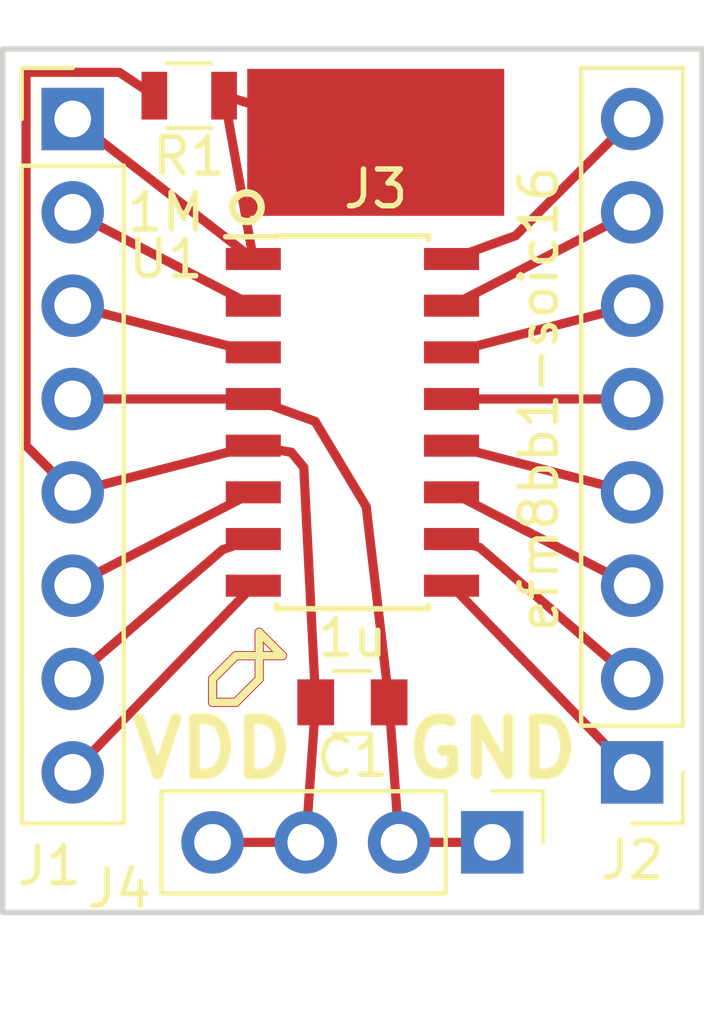
<source format=kicad_pcb>
(kicad_pcb (version 4) (host pcbnew 4.0.7-e0-6372~58~ubuntu16.04.1)

  (general
    (links 25)
    (no_connects 0)
    (area 138.354999 93.155 157.555001 121.238333)
    (thickness 1.6)
    (drawings 14)
    (tracks 44)
    (zones 0)
    (modules 7)
    (nets 17)
  )

  (page A4)
  (layers
    (0 F.Cu signal)
    (31 B.Cu signal)
    (32 B.Adhes user)
    (33 F.Adhes user)
    (34 B.Paste user)
    (35 F.Paste user)
    (36 B.SilkS user)
    (37 F.SilkS user)
    (38 B.Mask user)
    (39 F.Mask user)
    (40 Dwgs.User user)
    (41 Cmts.User user)
    (42 Eco1.User user)
    (43 Eco2.User user)
    (44 Edge.Cuts user)
    (45 Margin user)
    (46 B.CrtYd user)
    (47 F.CrtYd user)
    (48 B.Fab user)
    (49 F.Fab user)
  )

  (setup
    (last_trace_width 0.25)
    (trace_clearance 0.2)
    (zone_clearance 0.508)
    (zone_45_only no)
    (trace_min 0.2)
    (segment_width 0.2)
    (edge_width 0.15)
    (via_size 0.6)
    (via_drill 0.4)
    (via_min_size 0.4)
    (via_min_drill 0.3)
    (uvia_size 0.3)
    (uvia_drill 0.1)
    (uvias_allowed no)
    (uvia_min_size 0.2)
    (uvia_min_drill 0.1)
    (pcb_text_width 0.3)
    (pcb_text_size 1.5 1.5)
    (mod_edge_width 0.15)
    (mod_text_size 1 1)
    (mod_text_width 0.15)
    (pad_size 7 4)
    (pad_drill 0)
    (pad_to_mask_clearance 0.2)
    (aux_axis_origin 0 0)
    (visible_elements FFFFFF7F)
    (pcbplotparams
      (layerselection 0x010f8_80000001)
      (usegerberextensions true)
      (excludeedgelayer true)
      (linewidth 0.100000)
      (plotframeref false)
      (viasonmask false)
      (mode 1)
      (useauxorigin false)
      (hpglpennumber 1)
      (hpglpenspeed 20)
      (hpglpendiameter 15)
      (hpglpenoverlay 2)
      (psnegative false)
      (psa4output false)
      (plotreference true)
      (plotvalue true)
      (plotinvisibletext false)
      (padsonsilk false)
      (subtractmaskfromsilk false)
      (outputformat 1)
      (mirror false)
      (drillshape 0)
      (scaleselection 1)
      (outputdirectory sfm8bb1-rev-))
  )

  (net 0 "")
  (net 1 "Net-(J1-Pad1)")
  (net 2 "Net-(J1-Pad2)")
  (net 3 "Net-(J1-Pad3)")
  (net 4 "Net-(J1-Pad6)")
  (net 5 "Net-(J1-Pad7)")
  (net 6 "Net-(J1-Pad8)")
  (net 7 "Net-(J2-Pad1)")
  (net 8 "Net-(J2-Pad2)")
  (net 9 "Net-(J2-Pad3)")
  (net 10 "Net-(J2-Pad4)")
  (net 11 "Net-(J2-Pad5)")
  (net 12 "Net-(J2-Pad6)")
  (net 13 "Net-(J2-Pad7)")
  (net 14 "Net-(J2-Pad8)")
  (net 15 GND)
  (net 16 VDD)

  (net_class Default "This is the default net class."
    (clearance 0.2)
    (trace_width 0.25)
    (via_dia 0.6)
    (via_drill 0.4)
    (uvia_dia 0.3)
    (uvia_drill 0.1)
    (add_net GND)
    (add_net "Net-(J1-Pad1)")
    (add_net "Net-(J1-Pad2)")
    (add_net "Net-(J1-Pad3)")
    (add_net "Net-(J1-Pad6)")
    (add_net "Net-(J1-Pad7)")
    (add_net "Net-(J1-Pad8)")
    (add_net "Net-(J2-Pad1)")
    (add_net "Net-(J2-Pad2)")
    (add_net "Net-(J2-Pad3)")
    (add_net "Net-(J2-Pad4)")
    (add_net "Net-(J2-Pad5)")
    (add_net "Net-(J2-Pad6)")
    (add_net "Net-(J2-Pad7)")
    (add_net "Net-(J2-Pad8)")
    (add_net VDD)
  )

  (module C_0805 (layer F.Cu) (tedit 59B77779) (tstamp 59D057F0)
    (at 147.955 112.395 180)
    (descr "Capacitor SMD 0805, reflow soldering, AVX (see smccp.pdf)")
    (tags "capacitor 0805")
    (path /59B779E6)
    (attr smd)
    (fp_text reference C1 (at 0 -1.5 180) (layer F.SilkS)
      (effects (font (size 1 1) (thickness 0.15)))
    )
    (fp_text value 1u (at 0 1.75 180) (layer F.SilkS)
      (effects (font (size 1 1) (thickness 0.15)))
    )
    (fp_text user %R (at 0 -1.5 180) (layer F.Fab)
      (effects (font (size 1 1) (thickness 0.15)))
    )
    (fp_line (start -1 0.62) (end -1 -0.62) (layer F.Fab) (width 0.1))
    (fp_line (start 1 0.62) (end -1 0.62) (layer F.Fab) (width 0.1))
    (fp_line (start 1 -0.62) (end 1 0.62) (layer F.Fab) (width 0.1))
    (fp_line (start -1 -0.62) (end 1 -0.62) (layer F.Fab) (width 0.1))
    (fp_line (start 0.5 -0.85) (end -0.5 -0.85) (layer F.SilkS) (width 0.12))
    (fp_line (start -0.5 0.85) (end 0.5 0.85) (layer F.SilkS) (width 0.12))
    (fp_line (start -1.75 -0.88) (end 1.75 -0.88) (layer F.CrtYd) (width 0.05))
    (fp_line (start -1.75 -0.88) (end -1.75 0.87) (layer F.CrtYd) (width 0.05))
    (fp_line (start 1.75 0.87) (end 1.75 -0.88) (layer F.CrtYd) (width 0.05))
    (fp_line (start 1.75 0.87) (end -1.75 0.87) (layer F.CrtYd) (width 0.05))
    (pad 1 smd rect (at -1 0 180) (size 1 1.25) (layers F.Cu F.Paste F.Mask)
      (net 15 GND))
    (pad 2 smd rect (at 1 0 180) (size 1 1.25) (layers F.Cu F.Paste F.Mask)
      (net 16 VDD))
    (model Capacitors_SMD.3dshapes/C_0805.wrl
      (at (xyz 0 0 0))
      (scale (xyz 1 1 1))
      (rotate (xyz 0 0 0))
    )
  )

  (module Pin_Header_Straight_1x08_Pitch2.54mm (layer F.Cu) (tedit 59B778E3) (tstamp 59D0580A)
    (at 140.335 96.52)
    (descr "Through hole straight pin header, 1x08, 2.54mm pitch, single row")
    (tags "Through hole pin header THT 1x08 2.54mm single row")
    (path /59B7783A)
    (fp_text reference J1 (at -0.635 20.32) (layer F.SilkS)
      (effects (font (size 1 1) (thickness 0.15)))
    )
    (fp_text value CB1 (at 0 20.17) (layer F.Fab)
      (effects (font (size 1 1) (thickness 0.15)))
    )
    (fp_line (start -1.27 -1.27) (end -1.27 19.05) (layer F.Fab) (width 0.1))
    (fp_line (start -1.27 19.05) (end 1.27 19.05) (layer F.Fab) (width 0.1))
    (fp_line (start 1.27 19.05) (end 1.27 -1.27) (layer F.Fab) (width 0.1))
    (fp_line (start 1.27 -1.27) (end -1.27 -1.27) (layer F.Fab) (width 0.1))
    (fp_line (start -1.39 1.27) (end -1.39 19.17) (layer F.SilkS) (width 0.12))
    (fp_line (start -1.39 19.17) (end 1.39 19.17) (layer F.SilkS) (width 0.12))
    (fp_line (start 1.39 19.17) (end 1.39 1.27) (layer F.SilkS) (width 0.12))
    (fp_line (start 1.39 1.27) (end -1.39 1.27) (layer F.SilkS) (width 0.12))
    (fp_line (start -1.39 0) (end -1.39 -1.39) (layer F.SilkS) (width 0.12))
    (fp_line (start -1.39 -1.39) (end 0 -1.39) (layer F.SilkS) (width 0.12))
    (fp_line (start -1.6 -1.6) (end -1.6 19.3) (layer F.CrtYd) (width 0.05))
    (fp_line (start -1.6 19.3) (end 1.6 19.3) (layer F.CrtYd) (width 0.05))
    (fp_line (start 1.6 19.3) (end 1.6 -1.6) (layer F.CrtYd) (width 0.05))
    (fp_line (start 1.6 -1.6) (end -1.6 -1.6) (layer F.CrtYd) (width 0.05))
    (pad 1 thru_hole rect (at 0 0) (size 1.7 1.7) (drill 1) (layers *.Cu *.Mask)
      (net 1 "Net-(J1-Pad1)"))
    (pad 2 thru_hole oval (at 0 2.54) (size 1.7 1.7) (drill 1) (layers *.Cu *.Mask)
      (net 2 "Net-(J1-Pad2)"))
    (pad 3 thru_hole oval (at 0 5.08) (size 1.7 1.7) (drill 1) (layers *.Cu *.Mask)
      (net 3 "Net-(J1-Pad3)"))
    (pad 4 thru_hole oval (at 0 7.62) (size 1.7 1.7) (drill 1) (layers *.Cu *.Mask)
      (net 15 GND))
    (pad 5 thru_hole oval (at 0 10.16) (size 1.7 1.7) (drill 1) (layers *.Cu *.Mask)
      (net 16 VDD))
    (pad 6 thru_hole oval (at 0 12.7) (size 1.7 1.7) (drill 1) (layers *.Cu *.Mask)
      (net 4 "Net-(J1-Pad6)"))
    (pad 7 thru_hole oval (at 0 15.24) (size 1.7 1.7) (drill 1) (layers *.Cu *.Mask)
      (net 5 "Net-(J1-Pad7)"))
    (pad 8 thru_hole oval (at 0 17.78) (size 1.7 1.7) (drill 1) (layers *.Cu *.Mask)
      (net 6 "Net-(J1-Pad8)"))
    (model Pin_Headers.3dshapes/Pin_Header_Straight_1x08_Pitch2.54mm.wrl
      (at (xyz 0 -0.35 0))
      (scale (xyz 1 1 1))
      (rotate (xyz 0 0 90))
    )
  )

  (module Pin_Header_Straight_1x08_Pitch2.54mm (layer F.Cu) (tedit 5862ED52) (tstamp 59D05824)
    (at 155.575 114.3 180)
    (descr "Through hole straight pin header, 1x08, 2.54mm pitch, single row")
    (tags "Through hole pin header THT 1x08 2.54mm single row")
    (path /59B77885)
    (fp_text reference J2 (at 0 -2.39 180) (layer F.SilkS)
      (effects (font (size 1 1) (thickness 0.15)))
    )
    (fp_text value CB2 (at 0 20.17 180) (layer F.Fab)
      (effects (font (size 1 1) (thickness 0.15)))
    )
    (fp_line (start -1.27 -1.27) (end -1.27 19.05) (layer F.Fab) (width 0.1))
    (fp_line (start -1.27 19.05) (end 1.27 19.05) (layer F.Fab) (width 0.1))
    (fp_line (start 1.27 19.05) (end 1.27 -1.27) (layer F.Fab) (width 0.1))
    (fp_line (start 1.27 -1.27) (end -1.27 -1.27) (layer F.Fab) (width 0.1))
    (fp_line (start -1.39 1.27) (end -1.39 19.17) (layer F.SilkS) (width 0.12))
    (fp_line (start -1.39 19.17) (end 1.39 19.17) (layer F.SilkS) (width 0.12))
    (fp_line (start 1.39 19.17) (end 1.39 1.27) (layer F.SilkS) (width 0.12))
    (fp_line (start 1.39 1.27) (end -1.39 1.27) (layer F.SilkS) (width 0.12))
    (fp_line (start -1.39 0) (end -1.39 -1.39) (layer F.SilkS) (width 0.12))
    (fp_line (start -1.39 -1.39) (end 0 -1.39) (layer F.SilkS) (width 0.12))
    (fp_line (start -1.6 -1.6) (end -1.6 19.3) (layer F.CrtYd) (width 0.05))
    (fp_line (start -1.6 19.3) (end 1.6 19.3) (layer F.CrtYd) (width 0.05))
    (fp_line (start 1.6 19.3) (end 1.6 -1.6) (layer F.CrtYd) (width 0.05))
    (fp_line (start 1.6 -1.6) (end -1.6 -1.6) (layer F.CrtYd) (width 0.05))
    (pad 1 thru_hole rect (at 0 0 180) (size 1.7 1.7) (drill 1) (layers *.Cu *.Mask)
      (net 7 "Net-(J2-Pad1)"))
    (pad 2 thru_hole oval (at 0 2.54 180) (size 1.7 1.7) (drill 1) (layers *.Cu *.Mask)
      (net 8 "Net-(J2-Pad2)"))
    (pad 3 thru_hole oval (at 0 5.08 180) (size 1.7 1.7) (drill 1) (layers *.Cu *.Mask)
      (net 9 "Net-(J2-Pad3)"))
    (pad 4 thru_hole oval (at 0 7.62 180) (size 1.7 1.7) (drill 1) (layers *.Cu *.Mask)
      (net 10 "Net-(J2-Pad4)"))
    (pad 5 thru_hole oval (at 0 10.16 180) (size 1.7 1.7) (drill 1) (layers *.Cu *.Mask)
      (net 11 "Net-(J2-Pad5)"))
    (pad 6 thru_hole oval (at 0 12.7 180) (size 1.7 1.7) (drill 1) (layers *.Cu *.Mask)
      (net 12 "Net-(J2-Pad6)"))
    (pad 7 thru_hole oval (at 0 15.24 180) (size 1.7 1.7) (drill 1) (layers *.Cu *.Mask)
      (net 13 "Net-(J2-Pad7)"))
    (pad 8 thru_hole oval (at 0 17.78 180) (size 1.7 1.7) (drill 1) (layers *.Cu *.Mask)
      (net 14 "Net-(J2-Pad8)"))
    (model Pin_Headers.3dshapes/Pin_Header_Straight_1x08_Pitch2.54mm.wrl
      (at (xyz 0 -0.35 0))
      (scale (xyz 1 1 1))
      (rotate (xyz 0 0 90))
    )
  )

  (module SOIC-16_3.9x9.9mm_Pitch1.27mm (layer F.Cu) (tedit 59B77913) (tstamp 59D05848)
    (at 147.955 104.775)
    (descr "16-Lead Plastic Small Outline (SL) - Narrow, 3.90 mm Body [SOIC] (see Microchip Packaging Specification 00000049BS.pdf)")
    (tags "SOIC 1.27")
    (path /59B7775B)
    (attr smd)
    (fp_text reference U1 (at -5.08 -4.445) (layer F.SilkS)
      (effects (font (size 1 1) (thickness 0.15)))
    )
    (fp_text value efm8bb1-soic16 (at 5.08 -0.635 90) (layer F.SilkS)
      (effects (font (size 1 1) (thickness 0.15)))
    )
    (fp_line (start -0.95 -4.95) (end 1.95 -4.95) (layer F.Fab) (width 0.15))
    (fp_line (start 1.95 -4.95) (end 1.95 4.95) (layer F.Fab) (width 0.15))
    (fp_line (start 1.95 4.95) (end -1.95 4.95) (layer F.Fab) (width 0.15))
    (fp_line (start -1.95 4.95) (end -1.95 -3.95) (layer F.Fab) (width 0.15))
    (fp_line (start -1.95 -3.95) (end -0.95 -4.95) (layer F.Fab) (width 0.15))
    (fp_line (start -3.7 -5.25) (end -3.7 5.25) (layer F.CrtYd) (width 0.05))
    (fp_line (start 3.7 -5.25) (end 3.7 5.25) (layer F.CrtYd) (width 0.05))
    (fp_line (start -3.7 -5.25) (end 3.7 -5.25) (layer F.CrtYd) (width 0.05))
    (fp_line (start -3.7 5.25) (end 3.7 5.25) (layer F.CrtYd) (width 0.05))
    (fp_line (start -2.075 -5.075) (end -2.075 -5.05) (layer F.SilkS) (width 0.15))
    (fp_line (start 2.075 -5.075) (end 2.075 -4.97) (layer F.SilkS) (width 0.15))
    (fp_line (start 2.075 5.075) (end 2.075 4.97) (layer F.SilkS) (width 0.15))
    (fp_line (start -2.075 5.075) (end -2.075 4.97) (layer F.SilkS) (width 0.15))
    (fp_line (start -2.075 -5.075) (end 2.075 -5.075) (layer F.SilkS) (width 0.15))
    (fp_line (start -2.075 5.075) (end 2.075 5.075) (layer F.SilkS) (width 0.15))
    (fp_line (start -2.075 -5.05) (end -3.45 -5.05) (layer F.SilkS) (width 0.15))
    (pad 1 smd rect (at -2.7 -4.445) (size 1.5 0.6) (layers F.Cu F.Paste F.Mask)
      (net 1 "Net-(J1-Pad1)"))
    (pad 2 smd rect (at -2.7 -3.175) (size 1.5 0.6) (layers F.Cu F.Paste F.Mask)
      (net 2 "Net-(J1-Pad2)"))
    (pad 3 smd rect (at -2.7 -1.905) (size 1.5 0.6) (layers F.Cu F.Paste F.Mask)
      (net 3 "Net-(J1-Pad3)"))
    (pad 4 smd rect (at -2.7 -0.635) (size 1.5 0.6) (layers F.Cu F.Paste F.Mask)
      (net 15 GND))
    (pad 5 smd rect (at -2.7 0.635) (size 1.5 0.6) (layers F.Cu F.Paste F.Mask)
      (net 16 VDD))
    (pad 6 smd rect (at -2.7 1.905) (size 1.5 0.6) (layers F.Cu F.Paste F.Mask)
      (net 4 "Net-(J1-Pad6)"))
    (pad 7 smd rect (at -2.7 3.175) (size 1.5 0.6) (layers F.Cu F.Paste F.Mask)
      (net 5 "Net-(J1-Pad7)"))
    (pad 8 smd rect (at -2.7 4.445) (size 1.5 0.6) (layers F.Cu F.Paste F.Mask)
      (net 6 "Net-(J1-Pad8)"))
    (pad 9 smd rect (at 2.7 4.445) (size 1.5 0.6) (layers F.Cu F.Paste F.Mask)
      (net 7 "Net-(J2-Pad1)"))
    (pad 10 smd rect (at 2.7 3.175) (size 1.5 0.6) (layers F.Cu F.Paste F.Mask)
      (net 8 "Net-(J2-Pad2)"))
    (pad 11 smd rect (at 2.7 1.905) (size 1.5 0.6) (layers F.Cu F.Paste F.Mask)
      (net 9 "Net-(J2-Pad3)"))
    (pad 12 smd rect (at 2.7 0.635) (size 1.5 0.6) (layers F.Cu F.Paste F.Mask)
      (net 10 "Net-(J2-Pad4)"))
    (pad 13 smd rect (at 2.7 -0.635) (size 1.5 0.6) (layers F.Cu F.Paste F.Mask)
      (net 11 "Net-(J2-Pad5)"))
    (pad 14 smd rect (at 2.7 -1.905) (size 1.5 0.6) (layers F.Cu F.Paste F.Mask)
      (net 12 "Net-(J2-Pad6)"))
    (pad 15 smd rect (at 2.7 -3.175) (size 1.5 0.6) (layers F.Cu F.Paste F.Mask)
      (net 13 "Net-(J2-Pad7)"))
    (pad 16 smd rect (at 2.7 -4.445) (size 1.5 0.6) (layers F.Cu F.Paste F.Mask)
      (net 14 "Net-(J2-Pad8)"))
    (model Housings_SOIC.3dshapes/SOIC-16_3.9x9.9mm_Pitch1.27mm.wrl
      (at (xyz 0 0 0))
      (scale (xyz 1 1 1))
      (rotate (xyz 0 0 0))
    )
  )

  (module SMTPIN (layer F.Cu) (tedit 59B778CF) (tstamp 59D89AE1)
    (at 148.59 97.155)
    (path /59B77B4B)
    (fp_text reference J3 (at 0 1.27) (layer F.SilkS)
      (effects (font (size 1 1) (thickness 0.15)))
    )
    (fp_text value TOUCH (at 0 -0.5) (layer F.Fab)
      (effects (font (size 1 1) (thickness 0.15)))
    )
    (pad 1 smd rect (at 0 0) (size 7 4) (layers F.Cu)
      (net 1 "Net-(J1-Pad1)"))
  )

  (module Pin_Header_Straight_1x04_Pitch2.54mm (layer F.Cu) (tedit 59B77890) (tstamp 59D89AF7)
    (at 151.765 116.205 270)
    (descr "Through hole straight pin header, 1x04, 2.54mm pitch, single row")
    (tags "Through hole pin header THT 1x04 2.54mm single row")
    (path /59B77DB7)
    (fp_text reference J4 (at 1.27 10.16 360) (layer F.SilkS)
      (effects (font (size 1 1) (thickness 0.15)))
    )
    (fp_text value CONN_01X04 (at 0 10.01 270) (layer F.Fab)
      (effects (font (size 1 1) (thickness 0.15)))
    )
    (fp_line (start -1.27 -1.27) (end -1.27 8.89) (layer F.Fab) (width 0.1))
    (fp_line (start -1.27 8.89) (end 1.27 8.89) (layer F.Fab) (width 0.1))
    (fp_line (start 1.27 8.89) (end 1.27 -1.27) (layer F.Fab) (width 0.1))
    (fp_line (start 1.27 -1.27) (end -1.27 -1.27) (layer F.Fab) (width 0.1))
    (fp_line (start -1.39 1.27) (end -1.39 9.01) (layer F.SilkS) (width 0.12))
    (fp_line (start -1.39 9.01) (end 1.39 9.01) (layer F.SilkS) (width 0.12))
    (fp_line (start 1.39 9.01) (end 1.39 1.27) (layer F.SilkS) (width 0.12))
    (fp_line (start 1.39 1.27) (end -1.39 1.27) (layer F.SilkS) (width 0.12))
    (fp_line (start -1.39 0) (end -1.39 -1.39) (layer F.SilkS) (width 0.12))
    (fp_line (start -1.39 -1.39) (end 0 -1.39) (layer F.SilkS) (width 0.12))
    (fp_line (start -1.6 -1.6) (end -1.6 9.2) (layer F.CrtYd) (width 0.05))
    (fp_line (start -1.6 9.2) (end 1.6 9.2) (layer F.CrtYd) (width 0.05))
    (fp_line (start 1.6 9.2) (end 1.6 -1.6) (layer F.CrtYd) (width 0.05))
    (fp_line (start 1.6 -1.6) (end -1.6 -1.6) (layer F.CrtYd) (width 0.05))
    (pad 1 thru_hole rect (at 0 0 270) (size 1.7 1.7) (drill 1) (layers *.Cu *.Mask)
      (net 15 GND))
    (pad 2 thru_hole oval (at 0 2.54 270) (size 1.7 1.7) (drill 1) (layers *.Cu *.Mask)
      (net 15 GND))
    (pad 3 thru_hole oval (at 0 5.08 270) (size 1.7 1.7) (drill 1) (layers *.Cu *.Mask)
      (net 16 VDD))
    (pad 4 thru_hole oval (at 0 7.62 270) (size 1.7 1.7) (drill 1) (layers *.Cu *.Mask)
      (net 16 VDD))
    (model Pin_Headers.3dshapes/Pin_Header_Straight_1x04_Pitch2.54mm.wrl
      (at (xyz 0 -0.15 0))
      (scale (xyz 1 1 1))
      (rotate (xyz 0 0 90))
    )
  )

  (module R_0805 (layer F.Cu) (tedit 59B7791F) (tstamp 59D89B08)
    (at 143.51 95.885 180)
    (descr "Resistor SMD 0805, reflow soldering, Vishay (see dcrcw.pdf)")
    (tags "resistor 0805")
    (path /59B77C1E)
    (attr smd)
    (fp_text reference R1 (at 0 -1.65 180) (layer F.SilkS)
      (effects (font (size 1 1) (thickness 0.15)))
    )
    (fp_text value 1M (at 0.635 -3.175 180) (layer F.SilkS)
      (effects (font (size 1 1) (thickness 0.15)))
    )
    (fp_text user %R (at 0 -1.65 180) (layer F.Fab)
      (effects (font (size 1 1) (thickness 0.15)))
    )
    (fp_line (start -1 0.62) (end -1 -0.62) (layer F.Fab) (width 0.1))
    (fp_line (start 1 0.62) (end -1 0.62) (layer F.Fab) (width 0.1))
    (fp_line (start 1 -0.62) (end 1 0.62) (layer F.Fab) (width 0.1))
    (fp_line (start -1 -0.62) (end 1 -0.62) (layer F.Fab) (width 0.1))
    (fp_line (start 0.6 0.88) (end -0.6 0.88) (layer F.SilkS) (width 0.12))
    (fp_line (start -0.6 -0.88) (end 0.6 -0.88) (layer F.SilkS) (width 0.12))
    (fp_line (start -1.55 -0.9) (end 1.55 -0.9) (layer F.CrtYd) (width 0.05))
    (fp_line (start -1.55 -0.9) (end -1.55 0.9) (layer F.CrtYd) (width 0.05))
    (fp_line (start 1.55 0.9) (end 1.55 -0.9) (layer F.CrtYd) (width 0.05))
    (fp_line (start 1.55 0.9) (end -1.55 0.9) (layer F.CrtYd) (width 0.05))
    (pad 1 smd rect (at -0.95 0 180) (size 0.7 1.3) (layers F.Cu F.Paste F.Mask)
      (net 1 "Net-(J1-Pad1)"))
    (pad 2 smd rect (at 0.95 0 180) (size 0.7 1.3) (layers F.Cu F.Paste F.Mask)
      (net 16 VDD))
    (model Resistors_SMD.3dshapes/R_0805.wrl
      (at (xyz 0 0 0))
      (scale (xyz 1 1 1))
      (rotate (xyz 0 0 0))
    )
  )

  (gr_line (start 157.48 94.615) (end 157.48 118.11) (angle 90) (layer Edge.Cuts) (width 0.15))
  (gr_line (start 138.43 94.615) (end 157.48 94.615) (angle 90) (layer Edge.Cuts) (width 0.15))
  (gr_line (start 138.43 118.11) (end 138.43 94.615) (angle 90) (layer Edge.Cuts) (width 0.15))
  (gr_line (start 157.48 118.11) (end 138.43 118.11) (angle 90) (layer Edge.Cuts) (width 0.15))
  (gr_text GND (at 151.765 113.665) (layer F.SilkS)
    (effects (font (size 1.5 1.5) (thickness 0.3)))
  )
  (gr_text VDD (at 144.145 113.665) (layer F.SilkS)
    (effects (font (size 1.5 1.5) (thickness 0.3)))
  )
  (gr_line (start 144.78 112.395) (end 144.145 112.395) (angle 90) (layer F.SilkS) (width 0.2))
  (gr_line (start 145.415 111.76) (end 144.78 112.395) (angle 90) (layer F.SilkS) (width 0.2))
  (gr_line (start 145.415 110.49) (end 145.415 111.76) (angle 90) (layer F.SilkS) (width 0.2))
  (gr_line (start 146.05 111.125) (end 145.415 110.49) (angle 90) (layer F.SilkS) (width 0.2))
  (gr_line (start 144.78 111.125) (end 146.05 111.125) (angle 90) (layer F.SilkS) (width 0.2))
  (gr_line (start 144.145 111.76) (end 144.78 111.125) (angle 90) (layer F.SilkS) (width 0.2))
  (gr_line (start 144.145 112.395) (end 144.145 111.76) (angle 90) (layer F.SilkS) (width 0.2))
  (gr_circle (center 145.08 98.92) (end 145.47 98.9) (layer F.SilkS) (width 0.2))

  (segment (start 144.145 112.395) (end 144.145 111.76) (width 0.25) (layer F.Cu) (net 0))
  (segment (start 144.145 111.76) (end 144.78 111.125) (width 0.25) (layer F.Cu) (net 0) (tstamp 59D05943))
  (segment (start 144.78 111.125) (end 145.415 111.125) (width 0.25) (layer F.Cu) (net 0) (tstamp 59D05944))
  (segment (start 145.415 111.125) (end 145.415 110.49) (width 0.25) (layer F.Cu) (net 0) (tstamp 59D05945))
  (segment (start 145.415 110.49) (end 146.05 111.125) (width 0.25) (layer F.Cu) (net 0) (tstamp 59D05946))
  (segment (start 146.05 111.125) (end 145.415 111.125) (width 0.25) (layer F.Cu) (net 0) (tstamp 59D05947))
  (segment (start 145.415 111.125) (end 145.415 111.76) (width 0.25) (layer F.Cu) (net 0) (tstamp 59D05948))
  (segment (start 145.415 111.76) (end 144.78 112.395) (width 0.25) (layer F.Cu) (net 0) (tstamp 59D05949))
  (segment (start 144.78 112.395) (end 144.145 112.395) (width 0.25) (layer F.Cu) (net 0) (tstamp 59D0594A))
  (segment (start 144.46 95.885) (end 148.59 97.155) (width 0.25) (layer F.Cu) (net 1) (status C00000))
  (segment (start 144.46 95.885) (end 145.255 100.33) (width 0.25) (layer F.Cu) (net 1))
  (segment (start 145.255 100.33) (end 140.335 96.52) (width 0.25) (layer F.Cu) (net 1))
  (segment (start 140.335 99.06) (end 145.255 101.6) (width 0.25) (layer F.Cu) (net 2))
  (segment (start 145.255 102.87) (end 140.335 101.6) (width 0.25) (layer F.Cu) (net 3))
  (segment (start 140.335 109.22) (end 145.255 106.68) (width 0.25) (layer F.Cu) (net 4))
  (segment (start 140.335 111.76) (end 144.42 108.24) (width 0.25) (layer F.Cu) (net 5))
  (segment (start 144.42 108.24) (end 145.255 107.95) (width 0.25) (layer F.Cu) (net 5) (tstamp 59D058D9))
  (segment (start 145.255 109.22) (end 140.335 114.3) (width 0.25) (layer F.Cu) (net 6))
  (segment (start 150.655 109.22) (end 155.575 114.3) (width 0.25) (layer F.Cu) (net 7))
  (segment (start 155.575 111.76) (end 151.42 108.18) (width 0.25) (layer F.Cu) (net 8))
  (segment (start 151.42 108.18) (end 150.655 107.95) (width 0.25) (layer F.Cu) (net 8) (tstamp 59D058E7))
  (segment (start 150.655 106.68) (end 155.575 109.22) (width 0.25) (layer F.Cu) (net 9))
  (segment (start 150.655 105.41) (end 155.575 106.68) (width 0.25) (layer F.Cu) (net 10))
  (segment (start 155.575 104.14) (end 150.655 104.14) (width 0.25) (layer F.Cu) (net 11))
  (segment (start 150.655 102.87) (end 155.575 101.6) (width 0.25) (layer F.Cu) (net 12))
  (segment (start 150.655 101.6) (end 155.575 99.06) (width 0.25) (layer F.Cu) (net 13))
  (segment (start 150.655 100.33) (end 152.4 99.695) (width 0.25) (layer F.Cu) (net 14) (status 400000))
  (segment (start 152.4 99.695) (end 155.575 96.52) (width 0.25) (layer F.Cu) (net 14) (tstamp 59D89BB5) (status 800000))
  (segment (start 149.225 116.205) (end 151.765 116.205) (width 0.25) (layer F.Cu) (net 15))
  (segment (start 149.225 116.205) (end 148.955 112.395) (width 0.25) (layer F.Cu) (net 15))
  (segment (start 140.335 104.14) (end 145.255 104.14) (width 0.25) (layer F.Cu) (net 15))
  (segment (start 145.255 104.14) (end 146.94 104.75) (width 0.25) (layer F.Cu) (net 15))
  (segment (start 146.94 104.75) (end 148.33 107.07) (width 0.25) (layer F.Cu) (net 15) (tstamp 59D058D3))
  (segment (start 148.33 107.07) (end 148.955 112.395) (width 0.25) (layer F.Cu) (net 15) (tstamp 59D058D5))
  (segment (start 142.56 95.885) (end 141.605 95.25) (width 0.25) (layer F.Cu) (net 16))
  (segment (start 141.605 95.25) (end 139.065 95.25) (width 0.25) (layer F.Cu) (net 16) (tstamp 59D89B6E))
  (segment (start 139.065 95.25) (end 139.065 105.41) (width 0.25) (layer F.Cu) (net 16) (tstamp 59D89B6F))
  (segment (start 139.065 105.41) (end 140.335 106.68) (width 0.25) (layer F.Cu) (net 16) (tstamp 59D89B71))
  (segment (start 146.685 116.205) (end 146.955 112.395) (width 0.25) (layer F.Cu) (net 16))
  (segment (start 144.145 116.205) (end 146.685 116.205) (width 0.25) (layer F.Cu) (net 16))
  (segment (start 140.335 106.68) (end 145.255 105.41) (width 0.25) (layer F.Cu) (net 16))
  (segment (start 146.955 112.395) (end 146.63 106) (width 0.25) (layer F.Cu) (net 16))
  (segment (start 146.63 106) (end 146.29 105.59) (width 0.25) (layer F.Cu) (net 16) (tstamp 59D058D0))
  (segment (start 146.29 105.59) (end 145.255 105.41) (width 0.25) (layer F.Cu) (net 16) (tstamp 59D058D1))

)

</source>
